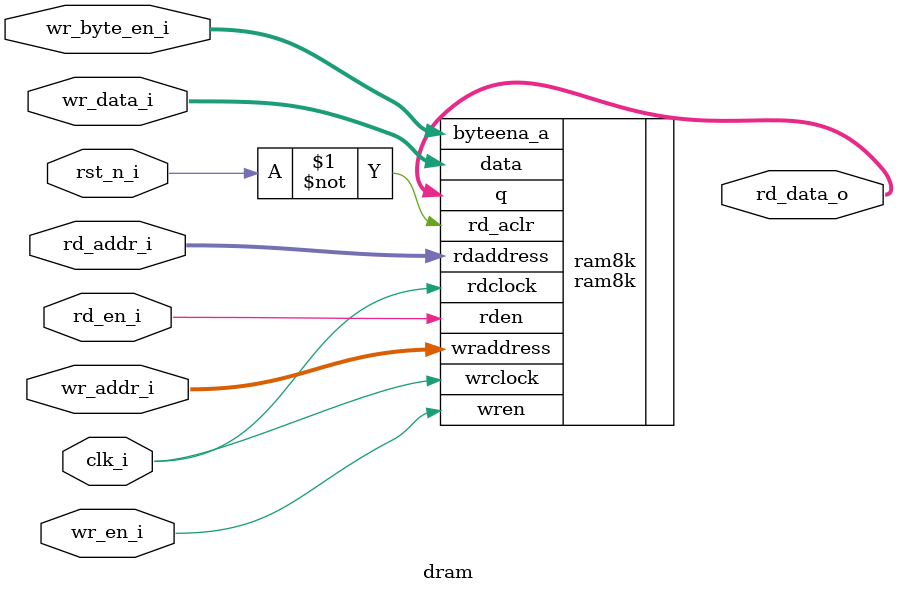
<source format=sv>
/*
 * dram.sv
 *
 *  Created on: 2020-08-55 08:55
 *      Author: Jack Chen <redchenjs@live.com>
 */

module dram #(
    parameter XLEN = 32
) (
    input logic clk_i,
    input logic rst_n_i,

    input logic            wr_en_i,
    input logic [XLEN-1:0] wr_addr_i,
    input logic [XLEN-1:0] wr_data_i,
    input logic      [3:0] wr_byte_en_i,

    input logic            rd_en_i,
    input logic [XLEN-1:0] rd_addr_i,

    output logic [XLEN-1:0] rd_data_o
);

ram8k ram8k(
    .data(wr_data_i),
    .byteena_a(wr_byte_en_i),
    .rd_aclr(~rst_n_i),
    .rdaddress(rd_addr_i),
    .rdclock(clk_i),
    .rden(rd_en_i),
    .wraddress(wr_addr_i),
    .wrclock(clk_i),
    .wren(wr_en_i),
    .q(rd_data_o)
);

endmodule

</source>
